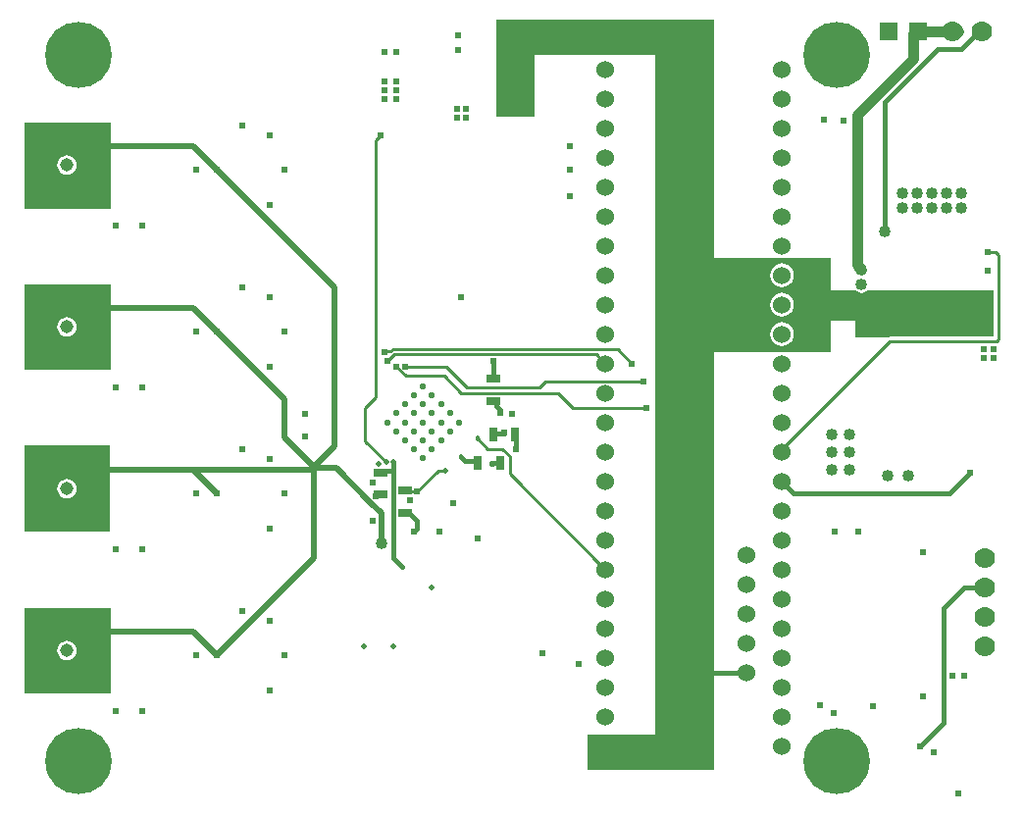
<source format=gbl>
G04*
G04 #@! TF.GenerationSoftware,Altium Limited,Altium Designer,20.1.14 (287)*
G04*
G04 Layer_Physical_Order=4*
G04 Layer_Color=16711680*
%FSLAX25Y25*%
%MOIN*%
G70*
G04*
G04 #@! TF.SameCoordinates,F8C40FC7-290C-4C35-8E53-AE0F258FB23C*
G04*
G04*
G04 #@! TF.FilePolarity,Positive*
G04*
G01*
G75*
%ADD10R,0.05118X0.02756*%
%ADD11R,0.02756X0.05118*%
%ADD12C,0.01800*%
%ADD13C,0.02000*%
%ADD14C,0.01000*%
%ADD15C,0.01500*%
%ADD16C,0.03500*%
%ADD17C,0.04500*%
%ADD18C,0.06000*%
%ADD19C,0.07000*%
%ADD20R,0.06000X0.06000*%
%ADD21C,0.22500*%
%ADD22C,0.02200*%
%ADD23C,0.02400*%
%ADD24C,0.02000*%
%ADD25C,0.01800*%
%ADD26C,0.04000*%
G36*
X31000Y212500D02*
X1529D01*
Y242000D01*
X31000D01*
Y212500D01*
D02*
G37*
G36*
X236000Y196000D02*
X258738Y196000D01*
X259000Y195966D01*
X259262Y196000D01*
X275500D01*
Y185000D01*
X283753D01*
X283860Y184860D01*
X284487Y184379D01*
X285217Y184077D01*
X286000Y183974D01*
X286783Y184077D01*
X287513Y184379D01*
X288140Y184860D01*
X288247Y185000D01*
X331000Y185000D01*
Y169029D01*
X295500D01*
X295352Y169000D01*
X284000D01*
Y174500D01*
X275500D01*
Y164000D01*
X259262D01*
X259000Y164034D01*
X258738Y164000D01*
X236000D01*
Y22000D01*
X193000D01*
Y34000D01*
X216000D01*
Y265000D01*
X175000D01*
Y244000D01*
X162000D01*
Y277000D01*
X236000D01*
Y196000D01*
D02*
G37*
G36*
X31000Y158000D02*
X1529D01*
Y187000D01*
X31000D01*
Y158000D01*
D02*
G37*
G36*
X30500Y132223D02*
Y103000D01*
X1529Y103000D01*
Y132223D01*
X30500Y132223D01*
D02*
G37*
G36*
X31000Y48000D02*
X1529D01*
Y77000D01*
X31000D01*
Y48000D01*
D02*
G37*
%LPC*%
G36*
X16000Y230778D02*
X15152Y230666D01*
X14361Y230339D01*
X13682Y229818D01*
X13161Y229139D01*
X12834Y228348D01*
X12722Y227500D01*
X12834Y226652D01*
X13161Y225861D01*
X13682Y225182D01*
X14361Y224661D01*
X15152Y224334D01*
X16000Y224222D01*
X16848Y224334D01*
X17639Y224661D01*
X18318Y225182D01*
X18839Y225861D01*
X19166Y226652D01*
X19278Y227500D01*
X19166Y228348D01*
X18839Y229139D01*
X18318Y229818D01*
X17639Y230339D01*
X16848Y230666D01*
X16000Y230778D01*
D02*
G37*
G36*
X259000Y194035D02*
X257956Y193897D01*
X256983Y193494D01*
X256147Y192853D01*
X255506Y192017D01*
X255103Y191044D01*
X254965Y190000D01*
X255103Y188956D01*
X255506Y187983D01*
X256147Y187147D01*
X256983Y186506D01*
X257956Y186103D01*
X259000Y185966D01*
X260044Y186103D01*
X261017Y186506D01*
X261853Y187147D01*
X262494Y187983D01*
X262897Y188956D01*
X263035Y190000D01*
X262897Y191044D01*
X262494Y192017D01*
X261853Y192853D01*
X261017Y193494D01*
X260044Y193897D01*
X259000Y194035D01*
D02*
G37*
G36*
Y184035D02*
X257956Y183897D01*
X256983Y183494D01*
X256147Y182853D01*
X255506Y182017D01*
X255103Y181044D01*
X254965Y180000D01*
X255103Y178956D01*
X255506Y177983D01*
X256147Y177147D01*
X256983Y176506D01*
X257956Y176103D01*
X259000Y175965D01*
X260044Y176103D01*
X261017Y176506D01*
X261853Y177147D01*
X262494Y177983D01*
X262897Y178956D01*
X263035Y180000D01*
X262897Y181044D01*
X262494Y182017D01*
X261853Y182853D01*
X261017Y183494D01*
X260044Y183897D01*
X259000Y184035D01*
D02*
G37*
G36*
Y174035D02*
X257956Y173897D01*
X256983Y173494D01*
X256147Y172853D01*
X255506Y172017D01*
X255103Y171044D01*
X254965Y170000D01*
X255103Y168956D01*
X255506Y167983D01*
X256147Y167147D01*
X256983Y166506D01*
X257956Y166103D01*
X259000Y165965D01*
X260044Y166103D01*
X261017Y166506D01*
X261853Y167147D01*
X262494Y167983D01*
X262897Y168956D01*
X263035Y170000D01*
X262897Y171044D01*
X262494Y172017D01*
X261853Y172853D01*
X261017Y173494D01*
X260044Y173897D01*
X259000Y174035D01*
D02*
G37*
G36*
X16000Y175778D02*
X15152Y175666D01*
X14361Y175339D01*
X13682Y174818D01*
X13161Y174139D01*
X12834Y173348D01*
X12722Y172500D01*
X12834Y171652D01*
X13161Y170861D01*
X13682Y170182D01*
X14361Y169661D01*
X15152Y169334D01*
X16000Y169222D01*
X16848Y169334D01*
X17639Y169661D01*
X18318Y170182D01*
X18839Y170861D01*
X19166Y171652D01*
X19278Y172500D01*
X19166Y173348D01*
X18839Y174139D01*
X18318Y174818D01*
X17639Y175339D01*
X16848Y175666D01*
X16000Y175778D01*
D02*
G37*
G36*
Y120778D02*
X15152Y120666D01*
X14361Y120339D01*
X13682Y119818D01*
X13161Y119139D01*
X12834Y118348D01*
X12722Y117500D01*
X12834Y116652D01*
X13161Y115861D01*
X13682Y115182D01*
X14361Y114661D01*
X15152Y114334D01*
X16000Y114222D01*
X16848Y114334D01*
X17639Y114661D01*
X18318Y115182D01*
X18839Y115861D01*
X19166Y116652D01*
X19278Y117500D01*
X19166Y118348D01*
X18839Y119139D01*
X18318Y119818D01*
X17639Y120339D01*
X16848Y120666D01*
X16000Y120778D01*
D02*
G37*
G36*
Y65778D02*
X15152Y65666D01*
X14361Y65339D01*
X13682Y64818D01*
X13161Y64139D01*
X12834Y63348D01*
X12722Y62500D01*
X12834Y61652D01*
X13161Y60861D01*
X13682Y60182D01*
X14361Y59661D01*
X15152Y59334D01*
X16000Y59222D01*
X16848Y59334D01*
X17639Y59661D01*
X18318Y60182D01*
X18839Y60861D01*
X19166Y61652D01*
X19278Y62500D01*
X19166Y63348D01*
X18839Y64139D01*
X18318Y64818D01*
X17639Y65339D01*
X16848Y65666D01*
X16000Y65778D01*
D02*
G37*
%LPD*%
D10*
X161000Y147260D02*
D03*
Y154740D02*
D03*
X131000Y109260D02*
D03*
Y116740D02*
D03*
X122500Y115500D02*
D03*
Y122980D02*
D03*
D11*
X168240Y136000D02*
D03*
X160760D02*
D03*
X163176Y126034D02*
D03*
X155696D02*
D03*
D12*
X161045Y136285D02*
X164700D01*
X163400Y143300D02*
Y144050D01*
X164700Y136285D02*
Y136500D01*
X162000Y145450D02*
Y147260D01*
Y145450D02*
X163400Y144050D01*
X161000Y147260D02*
X162000D01*
X160330Y125900D02*
X160500D01*
X160115Y126115D02*
X160330Y125900D01*
X160115Y126115D02*
X162355D01*
X160760Y136000D02*
X161045Y136285D01*
X233000Y55000D02*
X246992D01*
X314000Y38000D02*
Y77000D01*
X306000Y30000D02*
X314000Y38000D01*
X329000Y198000D02*
X329115Y197885D01*
X312000Y267000D02*
X320000D01*
X326093Y273000D02*
X327500D01*
X324259Y271166D02*
X326093Y273000D01*
X324166Y271166D02*
X324259D01*
X320000Y267000D02*
X324166Y271166D01*
X294000Y205000D02*
Y249000D01*
X312000Y267000D01*
X259000Y120000D02*
X259061D01*
X263061Y116000D01*
X316000D02*
X323000Y123000D01*
X263061Y116000D02*
X316000D01*
X321000Y84000D02*
X330000D01*
X314000Y77000D02*
X321000Y84000D01*
X161000Y154740D02*
Y161000D01*
X134000Y103000D02*
X135000Y104000D01*
X131000Y109260D02*
X132181D01*
X135000Y106441D01*
Y104000D02*
Y106441D01*
X127000Y94000D02*
Y124000D01*
Y94000D02*
X130000Y91000D01*
X127000Y124000D02*
Y126500D01*
X122500Y122980D02*
X122978Y123458D01*
X126458D01*
X127000Y124000D01*
X162355Y126115D02*
X162740Y126500D01*
X168500Y131200D02*
Y135740D01*
X168240Y136000D02*
X168500Y135740D01*
Y130900D02*
Y131200D01*
X168400Y131300D02*
X168500Y131200D01*
D13*
X59000Y124000D02*
X98459D01*
X99459Y125000D01*
X59000Y124000D02*
X67000Y116000D01*
X107442Y124500D02*
X119320Y112622D01*
X100000Y124500D02*
X107442D01*
X51000Y124000D02*
X59000D01*
X29000D02*
X51000D01*
X59000Y69000D02*
X67000Y61000D01*
X51000Y69000D02*
X59000D01*
X29000D02*
X51000D01*
Y179000D02*
X59000D01*
X67000Y171000D01*
X29000Y179000D02*
X51000D01*
X100000Y94000D02*
Y125000D01*
X67000Y61000D02*
X100000Y94000D01*
X99459Y125000D02*
X100000D01*
X90000Y135000D02*
X100000Y125000D01*
X90000Y135000D02*
Y148000D01*
X119320Y112622D02*
X119378D01*
X122965Y109036D01*
Y99036D02*
Y109036D01*
X67000Y226000D02*
X107000Y186000D01*
X59000Y234000D02*
X67000Y226000D01*
X122965Y99036D02*
X123000Y99000D01*
X107000Y132000D02*
Y186000D01*
X51000Y234000D02*
X59000D01*
X29000D02*
X51000D01*
X67000Y171000D02*
X90000Y148000D01*
X100000Y125000D02*
X107000Y132000D01*
D14*
X117400Y144900D02*
X121000Y148500D01*
X117400Y133600D02*
X124500Y126500D01*
X117400Y133600D02*
Y144900D01*
X142109Y123609D02*
X144667D01*
X155696Y126034D02*
Y126900D01*
X159000Y131000D02*
X164000D01*
X155500Y134500D02*
X159000Y131000D01*
X135000Y116500D02*
X142109Y123609D01*
X127200Y163200D02*
X195800D01*
X199000Y160000D02*
X199000D01*
X195800Y163200D02*
X199000Y160000D01*
X176500Y152000D02*
X178500Y154000D01*
X152000Y152000D02*
X176500D01*
X178500Y154000D02*
X212000D01*
X329115Y197885D02*
X331615D01*
X332600Y196900D01*
Y168100D02*
Y196900D01*
X332000Y167500D02*
X332600Y168100D01*
X131000Y116740D02*
X131120Y116620D01*
X134880D01*
X135000Y116500D01*
X187740Y145000D02*
X213000D01*
X145000Y159000D02*
X152000Y152000D01*
X131000Y159000D02*
X145000D01*
X182740Y150000D02*
X187740Y145000D01*
X150000Y150000D02*
X182740D01*
X144256Y155744D02*
X150000Y150000D01*
X128000Y158889D02*
Y159000D01*
Y158889D02*
X131145Y155744D01*
X144256D01*
X124000Y164000D02*
X124268Y164268D01*
X126147D01*
X126579Y164700D01*
X203300D01*
X208000Y160000D01*
X125000Y161000D02*
X127200Y163200D01*
X121000Y148500D02*
Y236000D01*
X122500Y237500D01*
X259000Y130000D02*
Y131000D01*
X295500Y167500D01*
X332000D01*
X166500Y122500D02*
X199000Y90000D01*
X166500Y122500D02*
Y128500D01*
X164000Y131000D02*
X166500Y128500D01*
D15*
X149900Y128300D02*
X151300Y126900D01*
X155696D01*
D16*
X284500Y244500D02*
X303550Y263550D01*
X284500Y229500D02*
Y244500D01*
Y193500D02*
Y229500D01*
Y193500D02*
X286000Y192000D01*
X303550Y263550D02*
Y272150D01*
X304800Y273400D01*
X305200Y273000D01*
X319000D01*
D17*
X16000Y62500D02*
D03*
X6000Y72500D02*
D03*
Y52500D02*
D03*
X26000Y72500D02*
D03*
Y52500D02*
D03*
X16000Y227500D02*
D03*
X6000Y237500D02*
D03*
Y217500D02*
D03*
X26000Y237500D02*
D03*
Y217500D02*
D03*
X16000Y172500D02*
D03*
X6000Y182500D02*
D03*
Y162500D02*
D03*
X26000Y182500D02*
D03*
Y162500D02*
D03*
X16000Y117500D02*
D03*
X6000Y127500D02*
D03*
Y107500D02*
D03*
X26000Y127500D02*
D03*
Y107500D02*
D03*
D18*
X199000Y30000D02*
D03*
X246992Y95000D02*
D03*
Y65000D02*
D03*
Y85000D02*
D03*
X259000Y30000D02*
D03*
Y40000D02*
D03*
Y50000D02*
D03*
Y60000D02*
D03*
Y70000D02*
D03*
Y80000D02*
D03*
Y90000D02*
D03*
Y100000D02*
D03*
Y110000D02*
D03*
Y120000D02*
D03*
Y130000D02*
D03*
Y140000D02*
D03*
Y150000D02*
D03*
Y160000D02*
D03*
Y170000D02*
D03*
Y180000D02*
D03*
Y190000D02*
D03*
Y200000D02*
D03*
Y210000D02*
D03*
Y220000D02*
D03*
Y230000D02*
D03*
Y240000D02*
D03*
Y250000D02*
D03*
Y260000D02*
D03*
X199000D02*
D03*
Y250000D02*
D03*
Y240000D02*
D03*
Y230000D02*
D03*
Y220000D02*
D03*
Y210000D02*
D03*
Y200000D02*
D03*
Y190000D02*
D03*
Y180000D02*
D03*
Y170000D02*
D03*
Y160000D02*
D03*
Y150000D02*
D03*
Y140000D02*
D03*
Y130000D02*
D03*
Y120000D02*
D03*
Y110000D02*
D03*
Y100000D02*
D03*
Y90000D02*
D03*
Y80000D02*
D03*
Y70000D02*
D03*
Y60000D02*
D03*
Y50000D02*
D03*
Y40000D02*
D03*
X246992Y75000D02*
D03*
Y55000D02*
D03*
D19*
X328000Y94000D02*
D03*
Y84000D02*
D03*
Y64000D02*
D03*
Y74000D02*
D03*
X326797Y273000D02*
D03*
X316796D02*
D03*
D20*
X305200D02*
D03*
X295200D02*
D03*
D21*
X20000Y265000D02*
D03*
X277500Y25000D02*
D03*
Y265000D02*
D03*
X20000Y25000D02*
D03*
D22*
X137000Y127838D02*
D03*
X140041Y130878D02*
D03*
X143081Y133919D02*
D03*
X146122Y136959D02*
D03*
X149162Y140000D02*
D03*
X146122Y143041D02*
D03*
X143081Y140000D02*
D03*
X140041Y136959D02*
D03*
X137000Y133919D02*
D03*
X133959Y130878D02*
D03*
X124838Y140000D02*
D03*
X127878Y136959D02*
D03*
X130919Y133919D02*
D03*
X133959Y136959D02*
D03*
X130919Y140000D02*
D03*
X127878Y143041D02*
D03*
X133959Y149122D02*
D03*
X137000Y152162D02*
D03*
X140041Y149122D02*
D03*
X137000Y146081D02*
D03*
X143081D02*
D03*
X140041Y143041D02*
D03*
X130919Y146081D02*
D03*
X133959Y143041D02*
D03*
X137000Y140000D02*
D03*
D23*
X96983Y135081D02*
D03*
X163400Y143300D02*
D03*
X167100Y142900D02*
D03*
X164700Y136500D02*
D03*
X147300Y112400D02*
D03*
X85000Y127500D02*
D03*
X32500Y97000D02*
D03*
X41500D02*
D03*
X85000Y104000D02*
D03*
X60000Y116000D02*
D03*
X75500Y131000D02*
D03*
X67000Y116000D02*
D03*
X51000Y124000D02*
D03*
X290000Y43500D02*
D03*
X310500Y28000D02*
D03*
X306000Y30000D02*
D03*
X280000Y242400D02*
D03*
X273300Y242700D02*
D03*
X284500Y229500D02*
D03*
X329000Y198000D02*
D03*
X85000Y72500D02*
D03*
X32500Y42000D02*
D03*
X85000Y49000D02*
D03*
X60000Y61000D02*
D03*
X41500Y42000D02*
D03*
X75500Y76000D02*
D03*
X67000Y61000D02*
D03*
X51000Y69000D02*
D03*
X85000Y182500D02*
D03*
X32500Y152000D02*
D03*
X85000Y159000D02*
D03*
X60000Y171000D02*
D03*
X41500Y152000D02*
D03*
X67000Y171000D02*
D03*
X51000Y179000D02*
D03*
X75500Y186000D02*
D03*
X32500Y207000D02*
D03*
X41500D02*
D03*
X135000Y116500D02*
D03*
X132500Y113500D02*
D03*
X120000Y106500D02*
D03*
Y119500D02*
D03*
X90000Y171000D02*
D03*
Y116000D02*
D03*
Y61000D02*
D03*
X51000Y234000D02*
D03*
X319000Y14000D02*
D03*
X321000Y54000D02*
D03*
X317000D02*
D03*
X307000Y47000D02*
D03*
X276500Y41047D02*
D03*
X272000Y44000D02*
D03*
X213000Y145000D02*
D03*
X212000Y154000D02*
D03*
X208000Y160000D02*
D03*
X131000Y159000D02*
D03*
X128000D02*
D03*
X124000Y164000D02*
D03*
X125000Y161000D02*
D03*
X187000Y217000D02*
D03*
Y226000D02*
D03*
Y234000D02*
D03*
X177524Y61524D02*
D03*
X190000Y58000D02*
D03*
X329000Y191500D02*
D03*
X327500Y162000D02*
D03*
X331000D02*
D03*
Y165000D02*
D03*
X327500D02*
D03*
X323000Y123000D02*
D03*
X150000Y182500D02*
D03*
X122500Y237500D02*
D03*
X148500Y243500D02*
D03*
X151500D02*
D03*
Y246500D02*
D03*
X148500D02*
D03*
X149000Y266500D02*
D03*
Y271500D02*
D03*
X128000Y250000D02*
D03*
X124000D02*
D03*
Y253000D02*
D03*
X128000D02*
D03*
Y256000D02*
D03*
X124000D02*
D03*
X128000Y266000D02*
D03*
X124000D02*
D03*
X307000Y96000D02*
D03*
X285000Y103000D02*
D03*
X277000D02*
D03*
X161000Y161000D02*
D03*
X134000Y103000D02*
D03*
X121000Y115000D02*
D03*
X142500Y103000D02*
D03*
X168500Y130900D02*
D03*
X155500Y100500D02*
D03*
X97000Y143000D02*
D03*
X85000Y214000D02*
D03*
Y237500D02*
D03*
X75500Y241000D02*
D03*
X90000Y226000D02*
D03*
X67000D02*
D03*
X60000D02*
D03*
D24*
X144667Y123609D02*
D03*
X160500Y125900D02*
D03*
X122000Y126000D02*
D03*
X127000Y64000D02*
D03*
X117000D02*
D03*
X140000Y84000D02*
D03*
X130000Y91000D02*
D03*
X127000Y126500D02*
D03*
X124500D02*
D03*
D25*
X149900Y128300D02*
D03*
X155500Y134500D02*
D03*
D26*
X172000Y249000D02*
D03*
Y254000D02*
D03*
X165000D02*
D03*
X328000Y172000D02*
D03*
Y177000D02*
D03*
Y182000D02*
D03*
X123000Y99000D02*
D03*
X302000Y122000D02*
D03*
X295000D02*
D03*
X282000Y124000D02*
D03*
X276000D02*
D03*
Y130000D02*
D03*
X282000D02*
D03*
Y136000D02*
D03*
X276000D02*
D03*
X300000Y213000D02*
D03*
X305000D02*
D03*
X310000D02*
D03*
X315000D02*
D03*
X320000D02*
D03*
Y218000D02*
D03*
X315000D02*
D03*
X310000D02*
D03*
X305000D02*
D03*
X300000D02*
D03*
X294000Y205000D02*
D03*
X286000Y187000D02*
D03*
Y192000D02*
D03*
M02*

</source>
